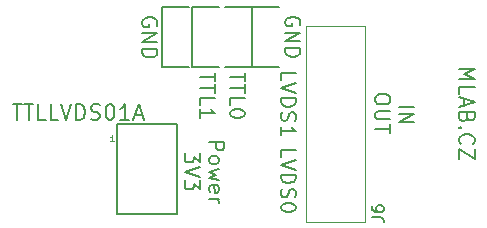
<source format=gbr>
%TF.GenerationSoftware,KiCad,Pcbnew,6.0.4-6f826c9f35~116~ubuntu20.04.1*%
%TF.CreationDate,2023-07-05T12:09:41+00:00*%
%TF.ProjectId,TTLLVDS01,54544c4c-5644-4533-9031-2e6b69636164,rev?*%
%TF.SameCoordinates,Original*%
%TF.FileFunction,Legend,Top*%
%TF.FilePolarity,Positive*%
%FSLAX46Y46*%
G04 Gerber Fmt 4.6, Leading zero omitted, Abs format (unit mm)*
G04 Created by KiCad (PCBNEW 6.0.4-6f826c9f35~116~ubuntu20.04.1) date 2023-07-05 12:09:41*
%MOMM*%
%LPD*%
G01*
G04 APERTURE LIST*
%ADD10C,0.200000*%
%ADD11C,0.150000*%
%ADD12C,0.050000*%
%ADD13C,0.120000*%
G04 APERTURE END LIST*
D10*
X17995476Y13699048D02*
X17995476Y12973334D01*
X16725476Y13336191D02*
X17995476Y13336191D01*
X17995476Y12731429D02*
X17995476Y12005715D01*
X16725476Y12368572D02*
X17995476Y12368572D01*
X16725476Y10977620D02*
X16725476Y11582381D01*
X17995476Y11582381D01*
X16725476Y9889048D02*
X16725476Y10614762D01*
X16725476Y10251905D02*
X17995476Y10251905D01*
X17814047Y10372858D01*
X17693095Y10493810D01*
X17632619Y10614762D01*
X23555476Y6582858D02*
X23555476Y7187620D01*
X24825476Y7187620D01*
X24825476Y6340953D02*
X23555476Y5917620D01*
X24825476Y5494286D01*
X23555476Y5070953D02*
X24825476Y5070953D01*
X24825476Y4768572D01*
X24765000Y4587143D01*
X24644047Y4466191D01*
X24523095Y4405715D01*
X24281190Y4345239D01*
X24099761Y4345239D01*
X23857857Y4405715D01*
X23736904Y4466191D01*
X23615952Y4587143D01*
X23555476Y4768572D01*
X23555476Y5070953D01*
X23615952Y3861429D02*
X23555476Y3680000D01*
X23555476Y3377620D01*
X23615952Y3256667D01*
X23676428Y3196191D01*
X23797380Y3135715D01*
X23918333Y3135715D01*
X24039285Y3196191D01*
X24099761Y3256667D01*
X24160238Y3377620D01*
X24220714Y3619524D01*
X24281190Y3740477D01*
X24341666Y3800953D01*
X24462619Y3861429D01*
X24583571Y3861429D01*
X24704523Y3800953D01*
X24765000Y3740477D01*
X24825476Y3619524D01*
X24825476Y3317143D01*
X24765000Y3135715D01*
X24825476Y2349524D02*
X24825476Y2228572D01*
X24765000Y2107620D01*
X24704523Y2047143D01*
X24583571Y1986667D01*
X24341666Y1926191D01*
X24039285Y1926191D01*
X23797380Y1986667D01*
X23676428Y2047143D01*
X23615952Y2107620D01*
X23555476Y2228572D01*
X23555476Y2349524D01*
X23615952Y2470477D01*
X23676428Y2530953D01*
X23797380Y2591429D01*
X24039285Y2651905D01*
X24341666Y2651905D01*
X24583571Y2591429D01*
X24704523Y2530953D01*
X24765000Y2470477D01*
X24825476Y2349524D01*
X23555476Y13059858D02*
X23555476Y13664620D01*
X24825476Y13664620D01*
X24825476Y12817953D02*
X23555476Y12394620D01*
X24825476Y11971286D01*
X23555476Y11547953D02*
X24825476Y11547953D01*
X24825476Y11245572D01*
X24765000Y11064143D01*
X24644047Y10943191D01*
X24523095Y10882715D01*
X24281190Y10822239D01*
X24099761Y10822239D01*
X23857857Y10882715D01*
X23736904Y10943191D01*
X23615952Y11064143D01*
X23555476Y11245572D01*
X23555476Y11547953D01*
X23615952Y10338429D02*
X23555476Y10157000D01*
X23555476Y9854620D01*
X23615952Y9733667D01*
X23676428Y9673191D01*
X23797380Y9612715D01*
X23918333Y9612715D01*
X24039285Y9673191D01*
X24099761Y9733667D01*
X24160238Y9854620D01*
X24220714Y10096524D01*
X24281190Y10217477D01*
X24341666Y10277953D01*
X24462619Y10338429D01*
X24583571Y10338429D01*
X24704523Y10277953D01*
X24765000Y10217477D01*
X24825476Y10096524D01*
X24825476Y9794143D01*
X24765000Y9612715D01*
X23555476Y8403191D02*
X23555476Y9128905D01*
X23555476Y8766048D02*
X24825476Y8766048D01*
X24644047Y8887000D01*
X24523095Y9007953D01*
X24462619Y9128905D01*
X33588476Y10825239D02*
X34858476Y10825239D01*
X33588476Y10220477D02*
X34858476Y10220477D01*
X33588476Y9494762D01*
X34858476Y9494762D01*
X32826476Y11557000D02*
X32826476Y11315096D01*
X32766000Y11194143D01*
X32645047Y11073191D01*
X32403142Y11012715D01*
X31979809Y11012715D01*
X31737904Y11073191D01*
X31616952Y11194143D01*
X31556476Y11315096D01*
X31556476Y11557000D01*
X31616952Y11677953D01*
X31737904Y11798905D01*
X31979809Y11859381D01*
X32403142Y11859381D01*
X32645047Y11798905D01*
X32766000Y11677953D01*
X32826476Y11557000D01*
X32826476Y10468429D02*
X31798380Y10468429D01*
X31677428Y10407953D01*
X31616952Y10347477D01*
X31556476Y10226524D01*
X31556476Y9984620D01*
X31616952Y9863667D01*
X31677428Y9803191D01*
X31798380Y9742715D01*
X32826476Y9742715D01*
X32826476Y9319381D02*
X32826476Y8593667D01*
X31556476Y8956524D02*
X32826476Y8956524D01*
X38661904Y13995239D02*
X39961904Y13995239D01*
X39033333Y13561905D01*
X39961904Y13128572D01*
X38661904Y13128572D01*
X38661904Y11890477D02*
X38661904Y12509524D01*
X39961904Y12509524D01*
X39033333Y11519048D02*
X39033333Y10900000D01*
X38661904Y11642858D02*
X39961904Y11209524D01*
X38661904Y10776191D01*
X39342857Y9909524D02*
X39280952Y9723810D01*
X39219047Y9661905D01*
X39095238Y9600000D01*
X38909523Y9600000D01*
X38785714Y9661905D01*
X38723809Y9723810D01*
X38661904Y9847620D01*
X38661904Y10342858D01*
X39961904Y10342858D01*
X39961904Y9909524D01*
X39900000Y9785715D01*
X39838095Y9723810D01*
X39714285Y9661905D01*
X39590476Y9661905D01*
X39466666Y9723810D01*
X39404761Y9785715D01*
X39342857Y9909524D01*
X39342857Y10342858D01*
X38785714Y9042858D02*
X38723809Y8980953D01*
X38661904Y9042858D01*
X38723809Y9104762D01*
X38785714Y9042858D01*
X38661904Y9042858D01*
X38785714Y7680953D02*
X38723809Y7742858D01*
X38661904Y7928572D01*
X38661904Y8052381D01*
X38723809Y8238096D01*
X38847619Y8361905D01*
X38971428Y8423810D01*
X39219047Y8485715D01*
X39404761Y8485715D01*
X39652380Y8423810D01*
X39776190Y8361905D01*
X39900000Y8238096D01*
X39961904Y8052381D01*
X39961904Y7928572D01*
X39900000Y7742858D01*
X39838095Y7680953D01*
X39961904Y7247620D02*
X39961904Y6380953D01*
X38661904Y7247620D01*
X38661904Y6380953D01*
X17465826Y7843762D02*
X18735826Y7843762D01*
X18735826Y7359953D01*
X18675350Y7239000D01*
X18614873Y7178524D01*
X18493921Y7118048D01*
X18312492Y7118048D01*
X18191540Y7178524D01*
X18131064Y7239000D01*
X18070588Y7359953D01*
X18070588Y7843762D01*
X17465826Y6392334D02*
X17526302Y6513286D01*
X17586778Y6573762D01*
X17707730Y6634239D01*
X18070588Y6634239D01*
X18191540Y6573762D01*
X18252016Y6513286D01*
X18312492Y6392334D01*
X18312492Y6210905D01*
X18252016Y6089953D01*
X18191540Y6029477D01*
X18070588Y5969000D01*
X17707730Y5969000D01*
X17586778Y6029477D01*
X17526302Y6089953D01*
X17465826Y6210905D01*
X17465826Y6392334D01*
X18312492Y5545667D02*
X17465826Y5303762D01*
X18070588Y5061858D01*
X17465826Y4819953D01*
X18312492Y4578048D01*
X17526302Y3610429D02*
X17465826Y3731381D01*
X17465826Y3973286D01*
X17526302Y4094239D01*
X17647254Y4154715D01*
X18131064Y4154715D01*
X18252016Y4094239D01*
X18312492Y3973286D01*
X18312492Y3731381D01*
X18252016Y3610429D01*
X18131064Y3549953D01*
X18010111Y3549953D01*
X17889159Y4154715D01*
X17465826Y3005667D02*
X18312492Y3005667D01*
X18070588Y3005667D02*
X18191540Y2945191D01*
X18252016Y2884715D01*
X18312492Y2763762D01*
X18312492Y2642810D01*
X16691126Y6906381D02*
X16691126Y6120191D01*
X16207316Y6543524D01*
X16207316Y6362096D01*
X16146840Y6241143D01*
X16086364Y6180667D01*
X15965411Y6120191D01*
X15663030Y6120191D01*
X15542078Y6180667D01*
X15481602Y6241143D01*
X15421126Y6362096D01*
X15421126Y6724953D01*
X15481602Y6845905D01*
X15542078Y6906381D01*
X16691126Y5757334D02*
X15421126Y5334000D01*
X16691126Y4910667D01*
X16691126Y4608286D02*
X16691126Y3822096D01*
X16207316Y4245429D01*
X16207316Y4064000D01*
X16146840Y3943048D01*
X16086364Y3882572D01*
X15965411Y3822096D01*
X15663030Y3822096D01*
X15542078Y3882572D01*
X15481602Y3943048D01*
X15421126Y4064000D01*
X15421126Y4426858D01*
X15481602Y4547810D01*
X15542078Y4608286D01*
X25135000Y17702381D02*
X25195476Y17823334D01*
X25195476Y18004762D01*
X25135000Y18186191D01*
X25014047Y18307143D01*
X24893095Y18367620D01*
X24651190Y18428096D01*
X24469761Y18428096D01*
X24227857Y18367620D01*
X24106904Y18307143D01*
X23985952Y18186191D01*
X23925476Y18004762D01*
X23925476Y17883810D01*
X23985952Y17702381D01*
X24046428Y17641905D01*
X24469761Y17641905D01*
X24469761Y17883810D01*
X23925476Y17097620D02*
X25195476Y17097620D01*
X23925476Y16371905D01*
X25195476Y16371905D01*
X23925476Y15767143D02*
X25195476Y15767143D01*
X25195476Y15464762D01*
X25135000Y15283334D01*
X25014047Y15162381D01*
X24893095Y15101905D01*
X24651190Y15041429D01*
X24469761Y15041429D01*
X24227857Y15101905D01*
X24106904Y15162381D01*
X23985952Y15283334D01*
X23925476Y15464762D01*
X23925476Y15767143D01*
X20507476Y13699048D02*
X20507476Y12973334D01*
X19237476Y13336191D02*
X20507476Y13336191D01*
X20507476Y12731429D02*
X20507476Y12005715D01*
X19237476Y12368572D02*
X20507476Y12368572D01*
X19237476Y10977620D02*
X19237476Y11582381D01*
X20507476Y11582381D01*
X20507476Y10312381D02*
X20507476Y10191429D01*
X20447000Y10070477D01*
X20386523Y10010000D01*
X20265571Y9949524D01*
X20023666Y9889048D01*
X19721285Y9889048D01*
X19479380Y9949524D01*
X19358428Y10010000D01*
X19297952Y10070477D01*
X19237476Y10191429D01*
X19237476Y10312381D01*
X19297952Y10433334D01*
X19358428Y10493810D01*
X19479380Y10554286D01*
X19721285Y10614762D01*
X20023666Y10614762D01*
X20265571Y10554286D01*
X20386523Y10493810D01*
X20447000Y10433334D01*
X20507476Y10312381D01*
X859523Y11011905D02*
X1602380Y11011905D01*
X1230952Y9711905D02*
X1230952Y11011905D01*
X1850000Y11011905D02*
X2592857Y11011905D01*
X2221428Y9711905D02*
X2221428Y11011905D01*
X3645238Y9711905D02*
X3026190Y9711905D01*
X3026190Y11011905D01*
X4697619Y9711905D02*
X4078571Y9711905D01*
X4078571Y11011905D01*
X4945238Y11011905D02*
X5378571Y9711905D01*
X5811904Y11011905D01*
X6245238Y9711905D02*
X6245238Y11011905D01*
X6554761Y11011905D01*
X6740476Y10950000D01*
X6864285Y10826191D01*
X6926190Y10702381D01*
X6988095Y10454762D01*
X6988095Y10269048D01*
X6926190Y10021429D01*
X6864285Y9897620D01*
X6740476Y9773810D01*
X6554761Y9711905D01*
X6245238Y9711905D01*
X7483333Y9773810D02*
X7669047Y9711905D01*
X7978571Y9711905D01*
X8102380Y9773810D01*
X8164285Y9835715D01*
X8226190Y9959524D01*
X8226190Y10083334D01*
X8164285Y10207143D01*
X8102380Y10269048D01*
X7978571Y10330953D01*
X7730952Y10392858D01*
X7607142Y10454762D01*
X7545238Y10516667D01*
X7483333Y10640477D01*
X7483333Y10764286D01*
X7545238Y10888096D01*
X7607142Y10950000D01*
X7730952Y11011905D01*
X8040476Y11011905D01*
X8226190Y10950000D01*
X9030952Y11011905D02*
X9154761Y11011905D01*
X9278571Y10950000D01*
X9340476Y10888096D01*
X9402380Y10764286D01*
X9464285Y10516667D01*
X9464285Y10207143D01*
X9402380Y9959524D01*
X9340476Y9835715D01*
X9278571Y9773810D01*
X9154761Y9711905D01*
X9030952Y9711905D01*
X8907142Y9773810D01*
X8845238Y9835715D01*
X8783333Y9959524D01*
X8721428Y10207143D01*
X8721428Y10516667D01*
X8783333Y10764286D01*
X8845238Y10888096D01*
X8907142Y10950000D01*
X9030952Y11011905D01*
X10702380Y9711905D02*
X9959523Y9711905D01*
X10330952Y9711905D02*
X10330952Y11011905D01*
X10207142Y10826191D01*
X10083333Y10702381D01*
X9959523Y10640477D01*
X11197619Y10083334D02*
X11816666Y10083334D01*
X11073809Y9711905D02*
X11507142Y11011905D01*
X11940476Y9711905D01*
X13035000Y17652381D02*
X13095476Y17773334D01*
X13095476Y17954762D01*
X13035000Y18136191D01*
X12914047Y18257143D01*
X12793095Y18317620D01*
X12551190Y18378096D01*
X12369761Y18378096D01*
X12127857Y18317620D01*
X12006904Y18257143D01*
X11885952Y18136191D01*
X11825476Y17954762D01*
X11825476Y17833810D01*
X11885952Y17652381D01*
X11946428Y17591905D01*
X12369761Y17591905D01*
X12369761Y17833810D01*
X11825476Y17047620D02*
X13095476Y17047620D01*
X11825476Y16321905D01*
X13095476Y16321905D01*
X11825476Y15717143D02*
X13095476Y15717143D01*
X13095476Y15414762D01*
X13035000Y15233334D01*
X12914047Y15112381D01*
X12793095Y15051905D01*
X12551190Y14991429D01*
X12369761Y14991429D01*
X12127857Y15051905D01*
X12006904Y15112381D01*
X11885952Y15233334D01*
X11825476Y15414762D01*
X11825476Y15717143D01*
D11*
%TO.C,J6*%
X31252380Y1466667D02*
X31966666Y1466667D01*
X32109523Y1419048D01*
X32204761Y1323810D01*
X32252380Y1180953D01*
X32252380Y1085715D01*
X31252380Y2371429D02*
X31252380Y2180953D01*
X31300000Y2085715D01*
X31347619Y2038096D01*
X31490476Y1942858D01*
X31680952Y1895239D01*
X32061904Y1895239D01*
X32157142Y1942858D01*
X32204761Y1990477D01*
X32252380Y2085715D01*
X32252380Y2276191D01*
X32204761Y2371429D01*
X32157142Y2419048D01*
X32061904Y2466667D01*
X31823809Y2466667D01*
X31728571Y2419048D01*
X31680952Y2371429D01*
X31633333Y2276191D01*
X31633333Y2085715D01*
X31680952Y1990477D01*
X31728571Y1942858D01*
X31823809Y1895239D01*
D12*
%TO.C,J1*%
X9413857Y7901810D02*
X9128142Y7901810D01*
X9271000Y7901810D02*
X9271000Y8401810D01*
X9223380Y8330381D01*
X9175761Y8282762D01*
X9128142Y8258953D01*
D13*
%TO.C,J6*%
X25644600Y1072600D02*
X25644600Y17672600D01*
X30644600Y1072600D02*
X25644600Y1072600D01*
X25644600Y17672600D02*
X30644600Y17672600D01*
X30644600Y17672600D02*
X30644600Y1072600D01*
D11*
%TO.C,J1*%
X9652000Y1778000D02*
X9652000Y9398000D01*
X9652000Y9398000D02*
X14732000Y9398000D01*
X14732000Y1778000D02*
X9652000Y1778000D01*
X14732000Y9398000D02*
X14732000Y1778000D01*
%TO.C,J2*%
X21082000Y19304000D02*
X21082000Y14224000D01*
X21082000Y14224000D02*
X18796000Y14224000D01*
X18796000Y19304000D02*
X21082000Y19304000D01*
%TO.C,J3*%
X13462000Y14224000D02*
X13462000Y19304000D01*
X13462000Y19304000D02*
X15748000Y19304000D01*
X15748000Y14224000D02*
X13462000Y14224000D01*
%TO.C,J4*%
X16002000Y14224000D02*
X16002000Y19304000D01*
X18288000Y14224000D02*
X16002000Y14224000D01*
X16002000Y19304000D02*
X18288000Y19304000D01*
%TO.C,J5*%
X23368000Y14224000D02*
X21082000Y14224000D01*
X21082000Y19304000D02*
X23368000Y19304000D01*
X21082000Y14224000D02*
X21082000Y19304000D01*
%TD*%
M02*

</source>
